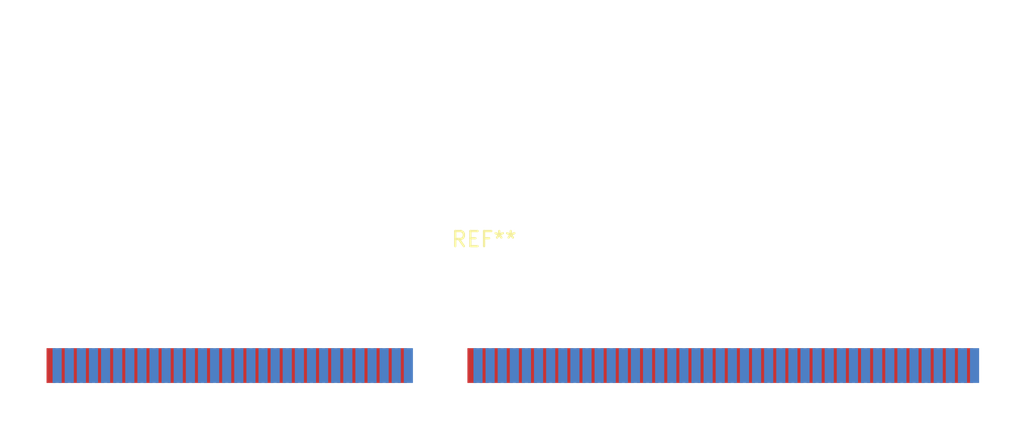
<source format=kicad_pcb>
(kicad_pcb (version 20171130) (host pcbnew "(5.1.2)-2")

  (general
    (thickness 1.6)
    (drawings 12)
    (tracks 0)
    (zones 0)
    (modules 1)
    (nets 1)
  )

  (page A4)
  (layers
    (0 F.Cu signal)
    (31 B.Cu signal)
    (32 B.Adhes user)
    (33 F.Adhes user)
    (34 B.Paste user)
    (35 F.Paste user)
    (36 B.SilkS user)
    (37 F.SilkS user)
    (38 B.Mask user)
    (39 F.Mask user)
    (40 Dwgs.User user)
    (41 Cmts.User user)
    (42 Eco1.User user)
    (43 Eco2.User user)
    (44 Edge.Cuts user)
    (45 Margin user)
    (46 B.CrtYd user)
    (47 F.CrtYd user)
    (48 B.Fab user)
    (49 F.Fab user)
  )

  (setup
    (last_trace_width 0.25)
    (trace_clearance 0.2)
    (zone_clearance 0.508)
    (zone_45_only no)
    (trace_min 0.2)
    (via_size 0.8)
    (via_drill 0.4)
    (via_min_size 0.4)
    (via_min_drill 0.3)
    (uvia_size 0.3)
    (uvia_drill 0.1)
    (uvias_allowed no)
    (uvia_min_size 0.2)
    (uvia_min_drill 0.1)
    (edge_width 0.05)
    (segment_width 0.2)
    (pcb_text_width 0.3)
    (pcb_text_size 1.5 1.5)
    (mod_edge_width 0.12)
    (mod_text_size 1 1)
    (mod_text_width 0.15)
    (pad_size 1.524 1.524)
    (pad_drill 0.762)
    (pad_to_mask_clearance 0.051)
    (solder_mask_min_width 0.25)
    (aux_axis_origin 0 0)
    (visible_elements FFFFFF7F)
    (pcbplotparams
      (layerselection 0x010fc_ffffffff)
      (usegerberextensions false)
      (usegerberattributes false)
      (usegerberadvancedattributes false)
      (creategerberjobfile false)
      (excludeedgelayer true)
      (linewidth 0.100000)
      (plotframeref false)
      (viasonmask false)
      (mode 1)
      (useauxorigin false)
      (hpglpennumber 1)
      (hpglpenspeed 20)
      (hpglpendiameter 15.000000)
      (psnegative false)
      (psa4output false)
      (plotreference true)
      (plotvalue true)
      (plotinvisibletext false)
      (padsonsilk false)
      (subtractmaskfromsilk false)
      (outputformat 1)
      (mirror false)
      (drillshape 1)
      (scaleselection 1)
      (outputdirectory ""))
  )

  (net 0 "")

  (net_class Default "This is the default net class."
    (clearance 0.2)
    (trace_width 0.25)
    (via_dia 0.8)
    (via_drill 0.4)
    (uvia_dia 0.3)
    (uvia_drill 0.1)
  )

  (module obsolete-connectors:EDO_SODIMM_144pin (layer F.Cu) (tedit 5D7B4A29) (tstamp 5D7BDCC3)
    (at 121.55 103.65)
    (attr smd)
    (fp_text reference REF** (at 0 -5.75) (layer F.SilkS)
      (effects (font (size 1 1) (thickness 0.15)))
    )
    (fp_text value EDO_SODIMM_144pin (at 0 5.75) (layer F.Fab)
      (effects (font (size 1 1) (thickness 0.15)))
    )
    (fp_circle (center -29.95 -2.1) (end -29.05 -2.1) (layer F.Fab) (width 0.12))
    (fp_circle (center 33.65 -2.1) (end 34.55 -2.1) (layer F.Fab) (width 0.12))
    (fp_line (start 35.6 -18.1) (end 35.6 -21.5) (layer F.Fab) (width 0.12))
    (fp_arc (start 35.6 -16.1) (end 35.6 -14.1) (angle 180) (layer F.Fab) (width 0.12))
    (fp_line (start 35.6 -2.1) (end 35.6 -14.1) (layer F.Fab) (width 0.12))
    (fp_line (start 35.6 3.9) (end 35.6 -2.1) (layer F.Fab) (width 0.12))
    (fp_line (start 32 3.9) (end 35.6 3.9) (layer F.Fab) (width 0.12))
    (fp_line (start -31.9 -18.1) (end -31.9 -21.5) (layer F.Fab) (width 0.12))
    (fp_arc (start -31.9 -16.1) (end -31.9 -14.1) (angle -180) (layer F.Fab) (width 0.12))
    (fp_line (start -31.9 -2.1) (end -31.9 -14.1) (layer F.Fab) (width 0.12))
    (fp_line (start -31.9 3.9) (end -31.9 -2.1) (layer F.Fab) (width 0.12))
    (fp_line (start -28.6 3.9) (end -31.9 3.9) (layer F.Fab) (width 0.12))
    (fp_line (start -3.65 3.9) (end -3.65 0.65) (layer Dwgs.User) (width 0.12))
    (fp_line (start -2.15 0.65) (end -2.15 3.9) (layer Dwgs.User) (width 0.12))
    (fp_line (start -2.15 3.9) (end -0.8 3.9) (layer Dwgs.User) (width 0.12))
    (fp_line (start -5.4 3.9) (end -3.65 3.9) (layer Dwgs.User) (width 0.12))
    (fp_arc (start -2.9 0.65) (end -2.15 0.65) (angle -180) (layer Dwgs.User) (width 0.12))
    (pad 1 connect rect (at -28.6 2.6) (size 0.6 2.3) (layers F.Cu F.Mask))
    (pad 2 connect rect (at -28.2 2.6) (size 0.6 2.3) (layers B.Cu B.Mask))
    (pad 3 connect rect (at -27.8 2.6) (size 0.6 2.3) (layers F.Cu F.Mask))
    (pad 4 connect rect (at -27.4 2.6) (size 0.6 2.3) (layers B.Cu B.Mask))
    (pad 5 connect rect (at -27 2.6) (size 0.6 2.3) (layers F.Cu F.Mask))
    (pad 6 connect rect (at -26.6 2.6) (size 0.6 2.3) (layers B.Cu B.Mask))
    (pad 7 connect rect (at -26.2 2.6) (size 0.6 2.3) (layers F.Cu F.Mask))
    (pad 8 connect rect (at -25.8 2.6) (size 0.6 2.3) (layers B.Cu B.Mask))
    (pad 9 connect rect (at -25.4 2.6) (size 0.6 2.3) (layers F.Cu F.Mask))
    (pad 10 connect rect (at -25 2.6) (size 0.6 2.3) (layers B.Cu B.Mask))
    (pad 11 connect rect (at -24.6 2.6) (size 0.6 2.3) (layers F.Cu F.Mask))
    (pad 12 connect rect (at -24.2 2.6) (size 0.6 2.3) (layers B.Cu B.Mask))
    (pad 13 connect rect (at -23.8 2.6) (size 0.6 2.3) (layers F.Cu F.Mask))
    (pad 14 connect rect (at -23.4 2.6) (size 0.6 2.3) (layers B.Cu B.Mask))
    (pad 15 connect rect (at -23 2.6) (size 0.6 2.3) (layers F.Cu F.Mask))
    (pad 16 connect rect (at -22.6 2.6) (size 0.6 2.3) (layers B.Cu B.Mask))
    (pad 17 connect rect (at -22.2 2.6) (size 0.6 2.3) (layers F.Cu F.Mask))
    (pad 18 connect rect (at -21.8 2.6) (size 0.6 2.3) (layers B.Cu B.Mask))
    (pad 19 connect rect (at -21.4 2.6) (size 0.6 2.3) (layers F.Cu F.Mask))
    (pad 20 connect rect (at -21 2.6) (size 0.6 2.3) (layers B.Cu B.Mask))
    (pad 21 connect rect (at -20.6 2.6) (size 0.6 2.3) (layers F.Cu F.Mask))
    (pad 22 connect rect (at -20.2 2.6) (size 0.6 2.3) (layers B.Cu B.Mask))
    (pad 23 connect rect (at -19.8 2.6) (size 0.6 2.3) (layers F.Cu F.Mask))
    (pad 24 connect rect (at -19.4 2.6) (size 0.6 2.3) (layers B.Cu B.Mask))
    (pad 25 connect rect (at -19 2.6) (size 0.6 2.3) (layers F.Cu F.Mask))
    (pad 26 connect rect (at -18.6 2.6) (size 0.6 2.3) (layers B.Cu B.Mask))
    (pad 27 connect rect (at -18.2 2.6) (size 0.6 2.3) (layers F.Cu F.Mask))
    (pad 28 connect rect (at -17.8 2.6) (size 0.6 2.3) (layers B.Cu B.Mask))
    (pad 29 connect rect (at -17.4 2.6) (size 0.6 2.3) (layers F.Cu F.Mask))
    (pad 30 connect rect (at -17 2.6) (size 0.6 2.3) (layers B.Cu B.Mask))
    (pad 31 connect rect (at -16.6 2.6) (size 0.6 2.3) (layers F.Cu F.Mask))
    (pad 32 connect rect (at -16.2 2.6) (size 0.6 2.3) (layers B.Cu B.Mask))
    (pad 33 connect rect (at -15.8 2.6) (size 0.6 2.3) (layers F.Cu F.Mask))
    (pad 34 connect rect (at -15.4 2.6) (size 0.6 2.3) (layers B.Cu B.Mask))
    (pad 35 connect rect (at -15 2.6) (size 0.6 2.3) (layers F.Cu F.Mask))
    (pad 36 connect rect (at -14.6 2.6) (size 0.6 2.3) (layers B.Cu B.Mask))
    (pad 37 connect rect (at -14.2 2.6) (size 0.6 2.3) (layers F.Cu F.Mask))
    (pad 38 connect rect (at -13.8 2.6) (size 0.6 2.3) (layers B.Cu B.Mask))
    (pad 39 connect rect (at -13.4 2.6) (size 0.6 2.3) (layers F.Cu F.Mask))
    (pad 40 connect rect (at -13 2.6) (size 0.6 2.3) (layers B.Cu B.Mask))
    (pad 41 connect rect (at -12.6 2.6) (size 0.6 2.3) (layers F.Cu F.Mask))
    (pad 42 connect rect (at -12.2 2.6) (size 0.6 2.3) (layers B.Cu B.Mask))
    (pad 43 connect rect (at -11.8 2.6) (size 0.6 2.3) (layers F.Cu F.Mask))
    (pad 44 connect rect (at -11.4 2.6) (size 0.6 2.3) (layers B.Cu B.Mask))
    (pad 45 connect rect (at -11 2.6) (size 0.6 2.3) (layers F.Cu F.Mask))
    (pad 46 connect rect (at -10.6 2.6) (size 0.6 2.3) (layers B.Cu B.Mask))
    (pad 47 connect rect (at -10.2 2.6) (size 0.6 2.3) (layers F.Cu F.Mask))
    (pad 48 connect rect (at -9.8 2.6) (size 0.6 2.3) (layers B.Cu B.Mask))
    (pad 49 connect rect (at -9.4 2.6) (size 0.6 2.3) (layers F.Cu F.Mask))
    (pad 50 connect rect (at -9 2.6) (size 0.6 2.3) (layers B.Cu B.Mask))
    (pad 51 connect rect (at -8.6 2.6) (size 0.6 2.3) (layers F.Cu F.Mask))
    (pad 52 connect rect (at -8.2 2.6) (size 0.6 2.3) (layers B.Cu B.Mask))
    (pad 53 connect rect (at -7.8 2.6) (size 0.6 2.3) (layers F.Cu F.Mask))
    (pad 54 connect rect (at -7.4 2.6) (size 0.6 2.3) (layers B.Cu B.Mask))
    (pad 55 connect rect (at -7 2.6) (size 0.6 2.3) (layers F.Cu F.Mask))
    (pad 56 connect rect (at -6.6 2.6) (size 0.6 2.3) (layers B.Cu B.Mask))
    (pad 57 connect rect (at -6.2 2.6) (size 0.6 2.3) (layers F.Cu F.Mask))
    (pad 58 connect rect (at -5.8 2.6) (size 0.6 2.3) (layers B.Cu B.Mask))
    (pad 59 connect rect (at -5.4 2.6) (size 0.6 2.3) (layers F.Cu F.Mask))
    (pad 60 connect rect (at -5 2.6) (size 0.6 2.3) (layers B.Cu B.Mask))
    (pad 61 connect rect (at -0.8 2.6) (size 0.6 2.3) (layers F.Cu F.Mask))
    (pad 62 connect rect (at -0.4 2.6) (size 0.6 2.3) (layers B.Cu B.Mask))
    (pad 63 connect rect (at 0 2.6) (size 0.6 2.3) (layers F.Cu F.Mask))
    (pad 64 connect rect (at 0.4 2.6) (size 0.6 2.3) (layers B.Cu B.Mask))
    (pad 65 connect rect (at 0.8 2.6) (size 0.6 2.3) (layers F.Cu F.Mask))
    (pad 66 connect rect (at 1.2 2.6) (size 0.6 2.3) (layers B.Cu B.Mask))
    (pad 67 connect rect (at 1.6 2.6) (size 0.6 2.3) (layers F.Cu F.Mask))
    (pad 68 connect rect (at 2 2.6) (size 0.6 2.3) (layers B.Cu B.Mask))
    (pad 69 connect rect (at 2.4 2.6) (size 0.6 2.3) (layers F.Cu F.Mask))
    (pad 70 connect rect (at 2.8 2.6) (size 0.6 2.3) (layers B.Cu B.Mask))
    (pad 71 connect rect (at 3.2 2.6) (size 0.6 2.3) (layers F.Cu F.Mask))
    (pad 72 connect rect (at 3.6 2.6) (size 0.6 2.3) (layers B.Cu B.Mask))
    (pad 73 connect rect (at 4 2.6) (size 0.6 2.3) (layers F.Cu F.Mask))
    (pad 74 connect rect (at 4.4 2.6) (size 0.6 2.3) (layers B.Cu B.Mask))
    (pad 75 connect rect (at 4.8 2.6) (size 0.6 2.3) (layers F.Cu F.Mask))
    (pad 76 connect rect (at 5.2 2.6) (size 0.6 2.3) (layers B.Cu B.Mask))
    (pad 77 connect rect (at 5.6 2.6) (size 0.6 2.3) (layers F.Cu F.Mask))
    (pad 78 connect rect (at 6 2.6) (size 0.6 2.3) (layers B.Cu B.Mask))
    (pad 79 connect rect (at 6.4 2.6) (size 0.6 2.3) (layers F.Cu F.Mask))
    (pad 80 connect rect (at 6.8 2.6) (size 0.6 2.3) (layers B.Cu B.Mask))
    (pad 81 connect rect (at 7.2 2.6) (size 0.6 2.3) (layers F.Cu F.Mask))
    (pad 82 connect rect (at 7.6 2.6) (size 0.6 2.3) (layers B.Cu B.Mask))
    (pad 83 connect rect (at 8 2.6) (size 0.6 2.3) (layers F.Cu F.Mask))
    (pad 84 connect rect (at 8.4 2.6) (size 0.6 2.3) (layers B.Cu B.Mask))
    (pad 85 connect rect (at 8.8 2.6) (size 0.6 2.3) (layers F.Cu F.Mask))
    (pad 86 connect rect (at 9.2 2.6) (size 0.6 2.3) (layers B.Cu B.Mask))
    (pad 87 connect rect (at 9.6 2.6) (size 0.6 2.3) (layers F.Cu F.Mask))
    (pad 88 connect rect (at 10 2.6) (size 0.6 2.3) (layers B.Cu B.Mask))
    (pad 89 connect rect (at 10.4 2.6) (size 0.6 2.3) (layers F.Cu F.Mask))
    (pad 90 connect rect (at 10.8 2.6) (size 0.6 2.3) (layers B.Cu B.Mask))
    (pad 91 connect rect (at 11.2 2.6) (size 0.6 2.3) (layers F.Cu F.Mask))
    (pad 92 connect rect (at 11.6 2.6) (size 0.6 2.3) (layers B.Cu B.Mask))
    (pad 93 connect rect (at 12 2.6) (size 0.6 2.3) (layers F.Cu F.Mask))
    (pad 94 connect rect (at 12.4 2.6) (size 0.6 2.3) (layers B.Cu B.Mask))
    (pad 95 connect rect (at 12.8 2.6) (size 0.6 2.3) (layers F.Cu F.Mask))
    (pad 96 connect rect (at 13.2 2.6) (size 0.6 2.3) (layers B.Cu B.Mask))
    (pad 97 connect rect (at 13.6 2.6) (size 0.6 2.3) (layers F.Cu F.Mask))
    (pad 98 connect rect (at 14 2.6) (size 0.6 2.3) (layers B.Cu B.Mask))
    (pad 99 connect rect (at 14.4 2.6) (size 0.6 2.3) (layers F.Cu F.Mask))
    (pad 100 connect rect (at 14.8 2.6) (size 0.6 2.3) (layers B.Cu B.Mask))
    (pad 101 connect rect (at 15.2 2.6) (size 0.6 2.3) (layers F.Cu F.Mask))
    (pad 102 connect rect (at 15.6 2.6) (size 0.6 2.3) (layers B.Cu B.Mask))
    (pad 103 connect rect (at 16 2.6) (size 0.6 2.3) (layers F.Cu F.Mask))
    (pad 104 connect rect (at 16.4 2.6) (size 0.6 2.3) (layers B.Cu B.Mask))
    (pad 105 connect rect (at 16.8 2.6) (size 0.6 2.3) (layers F.Cu F.Mask))
    (pad 106 connect rect (at 17.2 2.6) (size 0.6 2.3) (layers B.Cu B.Mask))
    (pad 107 connect rect (at 17.6 2.6) (size 0.6 2.3) (layers F.Cu F.Mask))
    (pad 108 connect rect (at 18 2.6) (size 0.6 2.3) (layers B.Cu B.Mask))
    (pad 109 connect rect (at 18.4 2.6) (size 0.6 2.3) (layers F.Cu F.Mask))
    (pad 110 connect rect (at 18.8 2.6) (size 0.6 2.3) (layers B.Cu B.Mask))
    (pad 111 connect rect (at 19.2 2.6) (size 0.6 2.3) (layers F.Cu F.Mask))
    (pad 112 connect rect (at 19.6 2.6) (size 0.6 2.3) (layers B.Cu B.Mask))
    (pad 113 connect rect (at 20 2.6) (size 0.6 2.3) (layers F.Cu F.Mask))
    (pad 114 connect rect (at 20.4 2.6) (size 0.6 2.3) (layers B.Cu B.Mask))
    (pad 115 connect rect (at 20.8 2.6) (size 0.6 2.3) (layers F.Cu F.Mask))
    (pad 116 connect rect (at 21.2 2.6) (size 0.6 2.3) (layers B.Cu B.Mask))
    (pad 117 connect rect (at 21.6 2.6) (size 0.6 2.3) (layers F.Cu F.Mask))
    (pad 118 connect rect (at 22 2.6) (size 0.6 2.3) (layers B.Cu B.Mask))
    (pad 119 connect rect (at 22.4 2.6) (size 0.6 2.3) (layers F.Cu F.Mask))
    (pad 120 connect rect (at 22.8 2.6) (size 0.6 2.3) (layers B.Cu B.Mask))
    (pad 121 connect rect (at 23.2 2.6) (size 0.6 2.3) (layers F.Cu F.Mask))
    (pad 122 connect rect (at 23.6 2.6) (size 0.6 2.3) (layers B.Cu B.Mask))
    (pad 123 connect rect (at 24 2.6) (size 0.6 2.3) (layers F.Cu F.Mask))
    (pad 124 connect rect (at 24.4 2.6) (size 0.6 2.3) (layers B.Cu B.Mask))
    (pad 125 connect rect (at 24.8 2.6) (size 0.6 2.3) (layers F.Cu F.Mask))
    (pad 126 connect rect (at 25.2 2.6) (size 0.6 2.3) (layers B.Cu B.Mask))
    (pad 127 connect rect (at 25.6 2.6) (size 0.6 2.3) (layers F.Cu F.Mask))
    (pad 128 connect rect (at 26 2.6) (size 0.6 2.3) (layers B.Cu B.Mask))
    (pad 129 connect rect (at 26.4 2.6) (size 0.6 2.3) (layers F.Cu F.Mask))
    (pad 130 connect rect (at 26.8 2.6) (size 0.6 2.3) (layers B.Cu B.Mask))
    (pad 131 connect rect (at 27.2 2.6) (size 0.6 2.3) (layers F.Cu F.Mask))
    (pad 132 connect rect (at 27.6 2.6) (size 0.6 2.3) (layers B.Cu B.Mask))
    (pad 133 connect rect (at 28 2.6) (size 0.6 2.3) (layers F.Cu F.Mask))
    (pad 134 connect rect (at 28.4 2.6) (size 0.6 2.3) (layers B.Cu B.Mask))
    (pad 135 connect rect (at 28.8 2.6) (size 0.6 2.3) (layers F.Cu F.Mask))
    (pad 136 connect rect (at 29.2 2.6) (size 0.6 2.3) (layers B.Cu B.Mask))
    (pad 137 connect rect (at 29.6 2.6) (size 0.6 2.3) (layers F.Cu F.Mask))
    (pad 138 connect rect (at 30 2.6) (size 0.6 2.3) (layers B.Cu B.Mask))
    (pad 139 connect rect (at 30.4 2.6) (size 0.6 2.3) (layers F.Cu F.Mask))
    (pad 140 connect rect (at 30.8 2.6) (size 0.6 2.3) (layers B.Cu B.Mask))
    (pad 141 connect rect (at 31.2 2.6) (size 0.6 2.3) (layers F.Cu F.Mask))
    (pad 142 connect rect (at 31.6 2.6) (size 0.6 2.3) (layers B.Cu B.Mask))
    (pad 143 connect rect (at 32 2.6) (size 0.6 2.3) (layers F.Cu F.Mask))
    (pad 144 connect rect (at 32.4 2.6) (size 0.6 2.3) (layers B.Cu B.Mask))
  )

  (gr_line (start 157.15 82.15) (end 89.65 82.15) (layer Margin) (width 0.15) (tstamp 5D7BE153))
  (gr_line (start 157.15 85.55) (end 157.15 82.15) (layer Margin) (width 0.15))
  (gr_arc (start 157.15 87.55) (end 157.15 85.55) (angle -180) (layer Margin) (width 0.15))
  (gr_line (start 157.15 107.55) (end 157.15 89.55) (layer Margin) (width 0.15))
  (gr_line (start 119.4 107.55) (end 157.15 107.55) (layer Margin) (width 0.15))
  (gr_line (start 119.4 104.3) (end 119.4 107.55) (layer Margin) (width 0.15))
  (gr_arc (start 118.65 104.3) (end 119.4 104.3) (angle -180) (layer Margin) (width 0.15))
  (gr_line (start 117.9 107.55) (end 117.9 104.35) (layer Margin) (width 0.15))
  (gr_line (start 89.65 107.55) (end 117.9 107.55) (layer Margin) (width 0.15))
  (gr_line (start 89.65 89.55) (end 89.65 107.55) (layer Margin) (width 0.15))
  (gr_arc (start 89.65 87.55) (end 89.65 89.55) (angle -180) (layer Margin) (width 0.15))
  (gr_line (start 89.65 82.15) (end 89.65 85.55) (layer Margin) (width 0.15))

)

</source>
